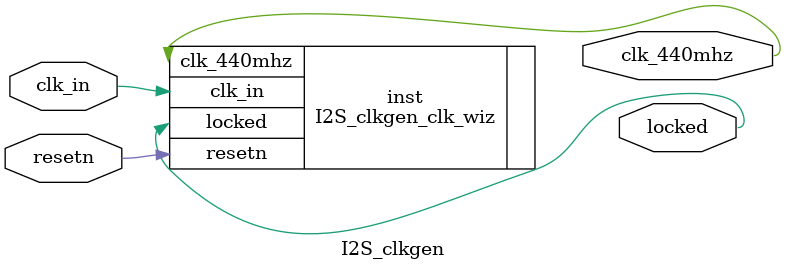
<source format=v>


`timescale 1ps/1ps

(* CORE_GENERATION_INFO = "I2S_clkgen,clk_wiz_v6_0_10_0_0,{component_name=I2S_clkgen,use_phase_alignment=true,use_min_o_jitter=false,use_max_i_jitter=false,use_dyn_phase_shift=false,use_inclk_switchover=false,use_dyn_reconfig=false,enable_axi=0,feedback_source=FDBK_AUTO,PRIMITIVE=MMCM,num_out_clk=1,clkin1_period=10.000,clkin2_period=10.000,use_power_down=false,use_reset=true,use_locked=true,use_inclk_stopped=false,feedback_type=SINGLE,CLOCK_MGR_TYPE=NA,manual_override=false}" *)

module I2S_clkgen 
 (
  // Clock out ports
  output        clk_440mhz,
  // Status and control signals
  input         resetn,
  output        locked,
 // Clock in ports
  input         clk_in
 );

  I2S_clkgen_clk_wiz inst
  (
  // Clock out ports  
  .clk_440mhz(clk_440mhz),
  // Status and control signals               
  .resetn(resetn), 
  .locked(locked),
 // Clock in ports
  .clk_in(clk_in)
  );

endmodule

</source>
